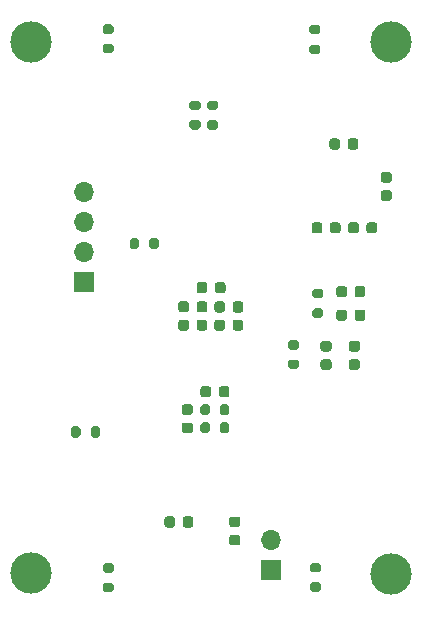
<source format=gbr>
%TF.GenerationSoftware,KiCad,Pcbnew,(5.1.9)-1*%
%TF.CreationDate,2021-04-28T15:16:42-04:00*%
%TF.ProjectId,final_design_v3,66696e61-6c5f-4646-9573-69676e5f7633,rev?*%
%TF.SameCoordinates,Original*%
%TF.FileFunction,Soldermask,Bot*%
%TF.FilePolarity,Negative*%
%FSLAX46Y46*%
G04 Gerber Fmt 4.6, Leading zero omitted, Abs format (unit mm)*
G04 Created by KiCad (PCBNEW (5.1.9)-1) date 2021-04-28 15:16:42*
%MOMM*%
%LPD*%
G01*
G04 APERTURE LIST*
%ADD10C,3.500000*%
%ADD11R,1.700000X1.700000*%
%ADD12O,1.700000X1.700000*%
G04 APERTURE END LIST*
D10*
%TO.C,H1*%
X123698000Y-76962000D03*
%TD*%
%TO.C,C1*%
G36*
G01*
X138638400Y-97514600D02*
X138638400Y-98014600D01*
G75*
G02*
X138413400Y-98239600I-225000J0D01*
G01*
X137963400Y-98239600D01*
G75*
G02*
X137738400Y-98014600I0J225000D01*
G01*
X137738400Y-97514600D01*
G75*
G02*
X137963400Y-97289600I225000J0D01*
G01*
X138413400Y-97289600D01*
G75*
G02*
X138638400Y-97514600I0J-225000D01*
G01*
G37*
G36*
G01*
X140188400Y-97514600D02*
X140188400Y-98014600D01*
G75*
G02*
X139963400Y-98239600I-225000J0D01*
G01*
X139513400Y-98239600D01*
G75*
G02*
X139288400Y-98014600I0J225000D01*
G01*
X139288400Y-97514600D01*
G75*
G02*
X139513400Y-97289600I225000J0D01*
G01*
X139963400Y-97289600D01*
G75*
G02*
X140188400Y-97514600I0J-225000D01*
G01*
G37*
%TD*%
%TO.C,C2*%
G36*
G01*
X141687000Y-100689600D02*
X141687000Y-101189600D01*
G75*
G02*
X141462000Y-101414600I-225000J0D01*
G01*
X141012000Y-101414600D01*
G75*
G02*
X140787000Y-101189600I0J225000D01*
G01*
X140787000Y-100689600D01*
G75*
G02*
X141012000Y-100464600I225000J0D01*
G01*
X141462000Y-100464600D01*
G75*
G02*
X141687000Y-100689600I0J-225000D01*
G01*
G37*
G36*
G01*
X140137000Y-100689600D02*
X140137000Y-101189600D01*
G75*
G02*
X139912000Y-101414600I-225000J0D01*
G01*
X139462000Y-101414600D01*
G75*
G02*
X139237000Y-101189600I0J225000D01*
G01*
X139237000Y-100689600D01*
G75*
G02*
X139462000Y-100464600I225000J0D01*
G01*
X139912000Y-100464600D01*
G75*
G02*
X140137000Y-100689600I0J-225000D01*
G01*
G37*
%TD*%
%TO.C,C3*%
G36*
G01*
X137739000Y-101189600D02*
X137739000Y-100689600D01*
G75*
G02*
X137964000Y-100464600I225000J0D01*
G01*
X138414000Y-100464600D01*
G75*
G02*
X138639000Y-100689600I0J-225000D01*
G01*
X138639000Y-101189600D01*
G75*
G02*
X138414000Y-101414600I-225000J0D01*
G01*
X137964000Y-101414600D01*
G75*
G02*
X137739000Y-101189600I0J225000D01*
G01*
G37*
G36*
G01*
X136189000Y-101189600D02*
X136189000Y-100689600D01*
G75*
G02*
X136414000Y-100464600I225000J0D01*
G01*
X136864000Y-100464600D01*
G75*
G02*
X137089000Y-100689600I0J-225000D01*
G01*
X137089000Y-101189600D01*
G75*
G02*
X136864000Y-101414600I-225000J0D01*
G01*
X136414000Y-101414600D01*
G75*
G02*
X136189000Y-101189600I0J225000D01*
G01*
G37*
%TD*%
%TO.C,C4*%
G36*
G01*
X136189000Y-99640200D02*
X136189000Y-99140200D01*
G75*
G02*
X136414000Y-98915200I225000J0D01*
G01*
X136864000Y-98915200D01*
G75*
G02*
X137089000Y-99140200I0J-225000D01*
G01*
X137089000Y-99640200D01*
G75*
G02*
X136864000Y-99865200I-225000J0D01*
G01*
X136414000Y-99865200D01*
G75*
G02*
X136189000Y-99640200I0J225000D01*
G01*
G37*
G36*
G01*
X137739000Y-99640200D02*
X137739000Y-99140200D01*
G75*
G02*
X137964000Y-98915200I225000J0D01*
G01*
X138414000Y-98915200D01*
G75*
G02*
X138639000Y-99140200I0J-225000D01*
G01*
X138639000Y-99640200D01*
G75*
G02*
X138414000Y-99865200I-225000J0D01*
G01*
X137964000Y-99865200D01*
G75*
G02*
X137739000Y-99640200I0J225000D01*
G01*
G37*
%TD*%
%TO.C,C5*%
G36*
G01*
X140141399Y-99142601D02*
X140141399Y-99642601D01*
G75*
G02*
X139916399Y-99867601I-225000J0D01*
G01*
X139466399Y-99867601D01*
G75*
G02*
X139241399Y-99642601I0J225000D01*
G01*
X139241399Y-99142601D01*
G75*
G02*
X139466399Y-98917601I225000J0D01*
G01*
X139916399Y-98917601D01*
G75*
G02*
X140141399Y-99142601I0J-225000D01*
G01*
G37*
G36*
G01*
X141691399Y-99142601D02*
X141691399Y-99642601D01*
G75*
G02*
X141466399Y-99867601I-225000J0D01*
G01*
X141016399Y-99867601D01*
G75*
G02*
X140791399Y-99642601I0J225000D01*
G01*
X140791399Y-99142601D01*
G75*
G02*
X141016399Y-98917601I225000J0D01*
G01*
X141466399Y-98917601D01*
G75*
G02*
X141691399Y-99142601I0J-225000D01*
G01*
G37*
%TD*%
%TO.C,C8*%
G36*
G01*
X150475000Y-99850000D02*
X150475000Y-100350000D01*
G75*
G02*
X150250000Y-100575000I-225000J0D01*
G01*
X149800000Y-100575000D01*
G75*
G02*
X149575000Y-100350000I0J225000D01*
G01*
X149575000Y-99850000D01*
G75*
G02*
X149800000Y-99625000I225000J0D01*
G01*
X150250000Y-99625000D01*
G75*
G02*
X150475000Y-99850000I0J-225000D01*
G01*
G37*
G36*
G01*
X152025000Y-99850000D02*
X152025000Y-100350000D01*
G75*
G02*
X151800000Y-100575000I-225000J0D01*
G01*
X151350000Y-100575000D01*
G75*
G02*
X151125000Y-100350000I0J225000D01*
G01*
X151125000Y-99850000D01*
G75*
G02*
X151350000Y-99625000I225000J0D01*
G01*
X151800000Y-99625000D01*
G75*
G02*
X152025000Y-99850000I0J-225000D01*
G01*
G37*
%TD*%
%TO.C,C9*%
G36*
G01*
X148950000Y-103175000D02*
X148450000Y-103175000D01*
G75*
G02*
X148225000Y-102950000I0J225000D01*
G01*
X148225000Y-102500000D01*
G75*
G02*
X148450000Y-102275000I225000J0D01*
G01*
X148950000Y-102275000D01*
G75*
G02*
X149175000Y-102500000I0J-225000D01*
G01*
X149175000Y-102950000D01*
G75*
G02*
X148950000Y-103175000I-225000J0D01*
G01*
G37*
G36*
G01*
X148950000Y-104725000D02*
X148450000Y-104725000D01*
G75*
G02*
X148225000Y-104500000I0J225000D01*
G01*
X148225000Y-104050000D01*
G75*
G02*
X148450000Y-103825000I225000J0D01*
G01*
X148950000Y-103825000D01*
G75*
G02*
X149175000Y-104050000I0J-225000D01*
G01*
X149175000Y-104500000D01*
G75*
G02*
X148950000Y-104725000I-225000J0D01*
G01*
G37*
%TD*%
%TO.C,C10*%
G36*
G01*
X151350000Y-104725000D02*
X150850000Y-104725000D01*
G75*
G02*
X150625000Y-104500000I0J225000D01*
G01*
X150625000Y-104050000D01*
G75*
G02*
X150850000Y-103825000I225000J0D01*
G01*
X151350000Y-103825000D01*
G75*
G02*
X151575000Y-104050000I0J-225000D01*
G01*
X151575000Y-104500000D01*
G75*
G02*
X151350000Y-104725000I-225000J0D01*
G01*
G37*
G36*
G01*
X151350000Y-103175000D02*
X150850000Y-103175000D01*
G75*
G02*
X150625000Y-102950000I0J225000D01*
G01*
X150625000Y-102500000D01*
G75*
G02*
X150850000Y-102275000I225000J0D01*
G01*
X151350000Y-102275000D01*
G75*
G02*
X151575000Y-102500000I0J-225000D01*
G01*
X151575000Y-102950000D01*
G75*
G02*
X151350000Y-103175000I-225000J0D01*
G01*
G37*
%TD*%
%TO.C,C11*%
G36*
G01*
X152025000Y-97850000D02*
X152025000Y-98350000D01*
G75*
G02*
X151800000Y-98575000I-225000J0D01*
G01*
X151350000Y-98575000D01*
G75*
G02*
X151125000Y-98350000I0J225000D01*
G01*
X151125000Y-97850000D01*
G75*
G02*
X151350000Y-97625000I225000J0D01*
G01*
X151800000Y-97625000D01*
G75*
G02*
X152025000Y-97850000I0J-225000D01*
G01*
G37*
G36*
G01*
X150475000Y-97850000D02*
X150475000Y-98350000D01*
G75*
G02*
X150250000Y-98575000I-225000J0D01*
G01*
X149800000Y-98575000D01*
G75*
G02*
X149575000Y-98350000I0J225000D01*
G01*
X149575000Y-97850000D01*
G75*
G02*
X149800000Y-97625000I225000J0D01*
G01*
X150250000Y-97625000D01*
G75*
G02*
X150475000Y-97850000I0J-225000D01*
G01*
G37*
%TD*%
%TO.C,C12*%
G36*
G01*
X139618600Y-106828400D02*
X139618600Y-106328400D01*
G75*
G02*
X139843600Y-106103400I225000J0D01*
G01*
X140293600Y-106103400D01*
G75*
G02*
X140518600Y-106328400I0J-225000D01*
G01*
X140518600Y-106828400D01*
G75*
G02*
X140293600Y-107053400I-225000J0D01*
G01*
X139843600Y-107053400D01*
G75*
G02*
X139618600Y-106828400I0J225000D01*
G01*
G37*
G36*
G01*
X138068600Y-106828400D02*
X138068600Y-106328400D01*
G75*
G02*
X138293600Y-106103400I225000J0D01*
G01*
X138743600Y-106103400D01*
G75*
G02*
X138968600Y-106328400I0J-225000D01*
G01*
X138968600Y-106828400D01*
G75*
G02*
X138743600Y-107053400I-225000J0D01*
G01*
X138293600Y-107053400D01*
G75*
G02*
X138068600Y-106828400I0J225000D01*
G01*
G37*
%TD*%
%TO.C,C13*%
G36*
G01*
X137206800Y-110089400D02*
X136706800Y-110089400D01*
G75*
G02*
X136481800Y-109864400I0J225000D01*
G01*
X136481800Y-109414400D01*
G75*
G02*
X136706800Y-109189400I225000J0D01*
G01*
X137206800Y-109189400D01*
G75*
G02*
X137431800Y-109414400I0J-225000D01*
G01*
X137431800Y-109864400D01*
G75*
G02*
X137206800Y-110089400I-225000J0D01*
G01*
G37*
G36*
G01*
X137206800Y-108539400D02*
X136706800Y-108539400D01*
G75*
G02*
X136481800Y-108314400I0J225000D01*
G01*
X136481800Y-107864400D01*
G75*
G02*
X136706800Y-107639400I225000J0D01*
G01*
X137206800Y-107639400D01*
G75*
G02*
X137431800Y-107864400I0J-225000D01*
G01*
X137431800Y-108314400D01*
G75*
G02*
X137206800Y-108539400I-225000J0D01*
G01*
G37*
%TD*%
%TO.C,C15*%
G36*
G01*
X137470600Y-117352000D02*
X137470600Y-117852000D01*
G75*
G02*
X137245600Y-118077000I-225000J0D01*
G01*
X136795600Y-118077000D01*
G75*
G02*
X136570600Y-117852000I0J225000D01*
G01*
X136570600Y-117352000D01*
G75*
G02*
X136795600Y-117127000I225000J0D01*
G01*
X137245600Y-117127000D01*
G75*
G02*
X137470600Y-117352000I0J-225000D01*
G01*
G37*
G36*
G01*
X135920600Y-117352000D02*
X135920600Y-117852000D01*
G75*
G02*
X135695600Y-118077000I-225000J0D01*
G01*
X135245600Y-118077000D01*
G75*
G02*
X135020600Y-117852000I0J225000D01*
G01*
X135020600Y-117352000D01*
G75*
G02*
X135245600Y-117127000I225000J0D01*
G01*
X135695600Y-117127000D01*
G75*
G02*
X135920600Y-117352000I0J-225000D01*
G01*
G37*
%TD*%
%TO.C,C16*%
G36*
G01*
X140720000Y-118689000D02*
X141220000Y-118689000D01*
G75*
G02*
X141445000Y-118914000I0J-225000D01*
G01*
X141445000Y-119364000D01*
G75*
G02*
X141220000Y-119589000I-225000J0D01*
G01*
X140720000Y-119589000D01*
G75*
G02*
X140495000Y-119364000I0J225000D01*
G01*
X140495000Y-118914000D01*
G75*
G02*
X140720000Y-118689000I225000J0D01*
G01*
G37*
G36*
G01*
X140720000Y-117139000D02*
X141220000Y-117139000D01*
G75*
G02*
X141445000Y-117364000I0J-225000D01*
G01*
X141445000Y-117814000D01*
G75*
G02*
X141220000Y-118039000I-225000J0D01*
G01*
X140720000Y-118039000D01*
G75*
G02*
X140495000Y-117814000I0J225000D01*
G01*
X140495000Y-117364000D01*
G75*
G02*
X140720000Y-117139000I225000J0D01*
G01*
G37*
%TD*%
%TO.C,C21*%
G36*
G01*
X149925000Y-92450000D02*
X149925000Y-92950000D01*
G75*
G02*
X149700000Y-93175000I-225000J0D01*
G01*
X149250000Y-93175000D01*
G75*
G02*
X149025000Y-92950000I0J225000D01*
G01*
X149025000Y-92450000D01*
G75*
G02*
X149250000Y-92225000I225000J0D01*
G01*
X149700000Y-92225000D01*
G75*
G02*
X149925000Y-92450000I0J-225000D01*
G01*
G37*
G36*
G01*
X148375000Y-92450000D02*
X148375000Y-92950000D01*
G75*
G02*
X148150000Y-93175000I-225000J0D01*
G01*
X147700000Y-93175000D01*
G75*
G02*
X147475000Y-92950000I0J225000D01*
G01*
X147475000Y-92450000D01*
G75*
G02*
X147700000Y-92225000I225000J0D01*
G01*
X148150000Y-92225000D01*
G75*
G02*
X148375000Y-92450000I0J-225000D01*
G01*
G37*
%TD*%
%TO.C,C24*%
G36*
G01*
X153550000Y-87975000D02*
X154050000Y-87975000D01*
G75*
G02*
X154275000Y-88200000I0J-225000D01*
G01*
X154275000Y-88650000D01*
G75*
G02*
X154050000Y-88875000I-225000J0D01*
G01*
X153550000Y-88875000D01*
G75*
G02*
X153325000Y-88650000I0J225000D01*
G01*
X153325000Y-88200000D01*
G75*
G02*
X153550000Y-87975000I225000J0D01*
G01*
G37*
G36*
G01*
X153550000Y-89525000D02*
X154050000Y-89525000D01*
G75*
G02*
X154275000Y-89750000I0J-225000D01*
G01*
X154275000Y-90200000D01*
G75*
G02*
X154050000Y-90425000I-225000J0D01*
G01*
X153550000Y-90425000D01*
G75*
G02*
X153325000Y-90200000I0J225000D01*
G01*
X153325000Y-89750000D01*
G75*
G02*
X153550000Y-89525000I225000J0D01*
G01*
G37*
%TD*%
%TO.C,C27*%
G36*
G01*
X150525000Y-85850000D02*
X150525000Y-85350000D01*
G75*
G02*
X150750000Y-85125000I225000J0D01*
G01*
X151200000Y-85125000D01*
G75*
G02*
X151425000Y-85350000I0J-225000D01*
G01*
X151425000Y-85850000D01*
G75*
G02*
X151200000Y-86075000I-225000J0D01*
G01*
X150750000Y-86075000D01*
G75*
G02*
X150525000Y-85850000I0J225000D01*
G01*
G37*
G36*
G01*
X148975000Y-85850000D02*
X148975000Y-85350000D01*
G75*
G02*
X149200000Y-85125000I225000J0D01*
G01*
X149650000Y-85125000D01*
G75*
G02*
X149875000Y-85350000I0J-225000D01*
G01*
X149875000Y-85850000D01*
G75*
G02*
X149650000Y-86075000I-225000J0D01*
G01*
X149200000Y-86075000D01*
G75*
G02*
X148975000Y-85850000I0J225000D01*
G01*
G37*
%TD*%
%TO.C,C28*%
G36*
G01*
X150575000Y-92950000D02*
X150575000Y-92450000D01*
G75*
G02*
X150800000Y-92225000I225000J0D01*
G01*
X151250000Y-92225000D01*
G75*
G02*
X151475000Y-92450000I0J-225000D01*
G01*
X151475000Y-92950000D01*
G75*
G02*
X151250000Y-93175000I-225000J0D01*
G01*
X150800000Y-93175000D01*
G75*
G02*
X150575000Y-92950000I0J225000D01*
G01*
G37*
G36*
G01*
X152125000Y-92950000D02*
X152125000Y-92450000D01*
G75*
G02*
X152350000Y-92225000I225000J0D01*
G01*
X152800000Y-92225000D01*
G75*
G02*
X153025000Y-92450000I0J-225000D01*
G01*
X153025000Y-92950000D01*
G75*
G02*
X152800000Y-93175000I-225000J0D01*
G01*
X152350000Y-93175000D01*
G75*
G02*
X152125000Y-92950000I0J225000D01*
G01*
G37*
%TD*%
%TO.C,H2*%
X154178000Y-122000000D03*
%TD*%
%TO.C,H3*%
X154178000Y-76962000D03*
%TD*%
%TO.C,H4*%
X123698000Y-121920000D03*
%TD*%
D11*
%TO.C,J2*%
X128200000Y-97300000D03*
D12*
X128200000Y-94760000D03*
X128200000Y-92220000D03*
X128200000Y-89680000D03*
%TD*%
D11*
%TO.C,J3*%
X144000000Y-121700000D03*
D12*
X144000000Y-119160000D03*
%TD*%
%TO.C,R1*%
G36*
G01*
X129571200Y-109707000D02*
X129571200Y-110257000D01*
G75*
G02*
X129371200Y-110457000I-200000J0D01*
G01*
X128971200Y-110457000D01*
G75*
G02*
X128771200Y-110257000I0J200000D01*
G01*
X128771200Y-109707000D01*
G75*
G02*
X128971200Y-109507000I200000J0D01*
G01*
X129371200Y-109507000D01*
G75*
G02*
X129571200Y-109707000I0J-200000D01*
G01*
G37*
G36*
G01*
X127921200Y-109707000D02*
X127921200Y-110257000D01*
G75*
G02*
X127721200Y-110457000I-200000J0D01*
G01*
X127321200Y-110457000D01*
G75*
G02*
X127121200Y-110257000I0J200000D01*
G01*
X127121200Y-109707000D01*
G75*
G02*
X127321200Y-109507000I200000J0D01*
G01*
X127721200Y-109507000D01*
G75*
G02*
X127921200Y-109707000I0J-200000D01*
G01*
G37*
%TD*%
%TO.C,R2*%
G36*
G01*
X145673400Y-103853800D02*
X146223400Y-103853800D01*
G75*
G02*
X146423400Y-104053800I0J-200000D01*
G01*
X146423400Y-104453800D01*
G75*
G02*
X146223400Y-104653800I-200000J0D01*
G01*
X145673400Y-104653800D01*
G75*
G02*
X145473400Y-104453800I0J200000D01*
G01*
X145473400Y-104053800D01*
G75*
G02*
X145673400Y-103853800I200000J0D01*
G01*
G37*
G36*
G01*
X145673400Y-102203800D02*
X146223400Y-102203800D01*
G75*
G02*
X146423400Y-102403800I0J-200000D01*
G01*
X146423400Y-102803800D01*
G75*
G02*
X146223400Y-103003800I-200000J0D01*
G01*
X145673400Y-103003800D01*
G75*
G02*
X145473400Y-102803800I0J200000D01*
G01*
X145473400Y-102403800D01*
G75*
G02*
X145673400Y-102203800I200000J0D01*
G01*
G37*
%TD*%
%TO.C,R3*%
G36*
G01*
X134524200Y-93755800D02*
X134524200Y-94305800D01*
G75*
G02*
X134324200Y-94505800I-200000J0D01*
G01*
X133924200Y-94505800D01*
G75*
G02*
X133724200Y-94305800I0J200000D01*
G01*
X133724200Y-93755800D01*
G75*
G02*
X133924200Y-93555800I200000J0D01*
G01*
X134324200Y-93555800D01*
G75*
G02*
X134524200Y-93755800I0J-200000D01*
G01*
G37*
G36*
G01*
X132874200Y-93755800D02*
X132874200Y-94305800D01*
G75*
G02*
X132674200Y-94505800I-200000J0D01*
G01*
X132274200Y-94505800D01*
G75*
G02*
X132074200Y-94305800I0J200000D01*
G01*
X132074200Y-93755800D01*
G75*
G02*
X132274200Y-93555800I200000J0D01*
G01*
X132674200Y-93555800D01*
G75*
G02*
X132874200Y-93755800I0J-200000D01*
G01*
G37*
%TD*%
%TO.C,R4*%
G36*
G01*
X139718600Y-109901400D02*
X139718600Y-109351400D01*
G75*
G02*
X139918600Y-109151400I200000J0D01*
G01*
X140318600Y-109151400D01*
G75*
G02*
X140518600Y-109351400I0J-200000D01*
G01*
X140518600Y-109901400D01*
G75*
G02*
X140318600Y-110101400I-200000J0D01*
G01*
X139918600Y-110101400D01*
G75*
G02*
X139718600Y-109901400I0J200000D01*
G01*
G37*
G36*
G01*
X138068600Y-109901400D02*
X138068600Y-109351400D01*
G75*
G02*
X138268600Y-109151400I200000J0D01*
G01*
X138668600Y-109151400D01*
G75*
G02*
X138868600Y-109351400I0J-200000D01*
G01*
X138868600Y-109901400D01*
G75*
G02*
X138668600Y-110101400I-200000J0D01*
G01*
X138268600Y-110101400D01*
G75*
G02*
X138068600Y-109901400I0J200000D01*
G01*
G37*
%TD*%
%TO.C,R5*%
G36*
G01*
X138068600Y-108377400D02*
X138068600Y-107827400D01*
G75*
G02*
X138268600Y-107627400I200000J0D01*
G01*
X138668600Y-107627400D01*
G75*
G02*
X138868600Y-107827400I0J-200000D01*
G01*
X138868600Y-108377400D01*
G75*
G02*
X138668600Y-108577400I-200000J0D01*
G01*
X138268600Y-108577400D01*
G75*
G02*
X138068600Y-108377400I0J200000D01*
G01*
G37*
G36*
G01*
X139718600Y-108377400D02*
X139718600Y-107827400D01*
G75*
G02*
X139918600Y-107627400I200000J0D01*
G01*
X140318600Y-107627400D01*
G75*
G02*
X140518600Y-107827400I0J-200000D01*
G01*
X140518600Y-108377400D01*
G75*
G02*
X140318600Y-108577400I-200000J0D01*
G01*
X139918600Y-108577400D01*
G75*
G02*
X139718600Y-108377400I0J200000D01*
G01*
G37*
%TD*%
%TO.C,R6*%
G36*
G01*
X138825000Y-83575000D02*
X139375000Y-83575000D01*
G75*
G02*
X139575000Y-83775000I0J-200000D01*
G01*
X139575000Y-84175000D01*
G75*
G02*
X139375000Y-84375000I-200000J0D01*
G01*
X138825000Y-84375000D01*
G75*
G02*
X138625000Y-84175000I0J200000D01*
G01*
X138625000Y-83775000D01*
G75*
G02*
X138825000Y-83575000I200000J0D01*
G01*
G37*
G36*
G01*
X138825000Y-81925000D02*
X139375000Y-81925000D01*
G75*
G02*
X139575000Y-82125000I0J-200000D01*
G01*
X139575000Y-82525000D01*
G75*
G02*
X139375000Y-82725000I-200000J0D01*
G01*
X138825000Y-82725000D01*
G75*
G02*
X138625000Y-82525000I0J200000D01*
G01*
X138625000Y-82125000D01*
G75*
G02*
X138825000Y-81925000I200000J0D01*
G01*
G37*
%TD*%
%TO.C,R7*%
G36*
G01*
X137325000Y-83575000D02*
X137875000Y-83575000D01*
G75*
G02*
X138075000Y-83775000I0J-200000D01*
G01*
X138075000Y-84175000D01*
G75*
G02*
X137875000Y-84375000I-200000J0D01*
G01*
X137325000Y-84375000D01*
G75*
G02*
X137125000Y-84175000I0J200000D01*
G01*
X137125000Y-83775000D01*
G75*
G02*
X137325000Y-83575000I200000J0D01*
G01*
G37*
G36*
G01*
X137325000Y-81925000D02*
X137875000Y-81925000D01*
G75*
G02*
X138075000Y-82125000I0J-200000D01*
G01*
X138075000Y-82525000D01*
G75*
G02*
X137875000Y-82725000I-200000J0D01*
G01*
X137325000Y-82725000D01*
G75*
G02*
X137125000Y-82525000I0J200000D01*
G01*
X137125000Y-82125000D01*
G75*
G02*
X137325000Y-81925000I200000J0D01*
G01*
G37*
%TD*%
%TO.C,R8*%
G36*
G01*
X147725000Y-99525000D02*
X148275000Y-99525000D01*
G75*
G02*
X148475000Y-99725000I0J-200000D01*
G01*
X148475000Y-100125000D01*
G75*
G02*
X148275000Y-100325000I-200000J0D01*
G01*
X147725000Y-100325000D01*
G75*
G02*
X147525000Y-100125000I0J200000D01*
G01*
X147525000Y-99725000D01*
G75*
G02*
X147725000Y-99525000I200000J0D01*
G01*
G37*
G36*
G01*
X147725000Y-97875000D02*
X148275000Y-97875000D01*
G75*
G02*
X148475000Y-98075000I0J-200000D01*
G01*
X148475000Y-98475000D01*
G75*
G02*
X148275000Y-98675000I-200000J0D01*
G01*
X147725000Y-98675000D01*
G75*
G02*
X147525000Y-98475000I0J200000D01*
G01*
X147525000Y-98075000D01*
G75*
G02*
X147725000Y-97875000I200000J0D01*
G01*
G37*
%TD*%
%TO.C,R13*%
G36*
G01*
X129975000Y-75475000D02*
X130525000Y-75475000D01*
G75*
G02*
X130725000Y-75675000I0J-200000D01*
G01*
X130725000Y-76075000D01*
G75*
G02*
X130525000Y-76275000I-200000J0D01*
G01*
X129975000Y-76275000D01*
G75*
G02*
X129775000Y-76075000I0J200000D01*
G01*
X129775000Y-75675000D01*
G75*
G02*
X129975000Y-75475000I200000J0D01*
G01*
G37*
G36*
G01*
X129975000Y-77125000D02*
X130525000Y-77125000D01*
G75*
G02*
X130725000Y-77325000I0J-200000D01*
G01*
X130725000Y-77725000D01*
G75*
G02*
X130525000Y-77925000I-200000J0D01*
G01*
X129975000Y-77925000D01*
G75*
G02*
X129775000Y-77725000I0J200000D01*
G01*
X129775000Y-77325000D01*
G75*
G02*
X129975000Y-77125000I200000J0D01*
G01*
G37*
%TD*%
%TO.C,R14*%
G36*
G01*
X130551600Y-121901400D02*
X130001600Y-121901400D01*
G75*
G02*
X129801600Y-121701400I0J200000D01*
G01*
X129801600Y-121301400D01*
G75*
G02*
X130001600Y-121101400I200000J0D01*
G01*
X130551600Y-121101400D01*
G75*
G02*
X130751600Y-121301400I0J-200000D01*
G01*
X130751600Y-121701400D01*
G75*
G02*
X130551600Y-121901400I-200000J0D01*
G01*
G37*
G36*
G01*
X130551600Y-123551400D02*
X130001600Y-123551400D01*
G75*
G02*
X129801600Y-123351400I0J200000D01*
G01*
X129801600Y-122951400D01*
G75*
G02*
X130001600Y-122751400I200000J0D01*
G01*
X130551600Y-122751400D01*
G75*
G02*
X130751600Y-122951400I0J-200000D01*
G01*
X130751600Y-123351400D01*
G75*
G02*
X130551600Y-123551400I-200000J0D01*
G01*
G37*
%TD*%
%TO.C,R17*%
G36*
G01*
X147475000Y-75525000D02*
X148025000Y-75525000D01*
G75*
G02*
X148225000Y-75725000I0J-200000D01*
G01*
X148225000Y-76125000D01*
G75*
G02*
X148025000Y-76325000I-200000J0D01*
G01*
X147475000Y-76325000D01*
G75*
G02*
X147275000Y-76125000I0J200000D01*
G01*
X147275000Y-75725000D01*
G75*
G02*
X147475000Y-75525000I200000J0D01*
G01*
G37*
G36*
G01*
X147475000Y-77175000D02*
X148025000Y-77175000D01*
G75*
G02*
X148225000Y-77375000I0J-200000D01*
G01*
X148225000Y-77775000D01*
G75*
G02*
X148025000Y-77975000I-200000J0D01*
G01*
X147475000Y-77975000D01*
G75*
G02*
X147275000Y-77775000I0J200000D01*
G01*
X147275000Y-77375000D01*
G75*
G02*
X147475000Y-77175000I200000J0D01*
G01*
G37*
%TD*%
%TO.C,R18*%
G36*
G01*
X148075000Y-123525000D02*
X147525000Y-123525000D01*
G75*
G02*
X147325000Y-123325000I0J200000D01*
G01*
X147325000Y-122925000D01*
G75*
G02*
X147525000Y-122725000I200000J0D01*
G01*
X148075000Y-122725000D01*
G75*
G02*
X148275000Y-122925000I0J-200000D01*
G01*
X148275000Y-123325000D01*
G75*
G02*
X148075000Y-123525000I-200000J0D01*
G01*
G37*
G36*
G01*
X148075000Y-121875000D02*
X147525000Y-121875000D01*
G75*
G02*
X147325000Y-121675000I0J200000D01*
G01*
X147325000Y-121275000D01*
G75*
G02*
X147525000Y-121075000I200000J0D01*
G01*
X148075000Y-121075000D01*
G75*
G02*
X148275000Y-121275000I0J-200000D01*
G01*
X148275000Y-121675000D01*
G75*
G02*
X148075000Y-121875000I-200000J0D01*
G01*
G37*
%TD*%
M02*

</source>
